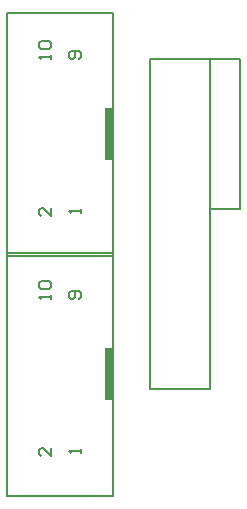
<source format=gbr>
%TF.GenerationSoftware,Altium Limited,Altium Designer,23.7.1 (13)*%
G04 Layer_Color=65535*
%FSLAX45Y45*%
%MOMM*%
%TF.SameCoordinates,25FEA040-87FC-4766-ABD7-6AF3FFDF4EEB*%
%TF.FilePolarity,Positive*%
%TF.FileFunction,Legend,Top*%
%TF.Part,Single*%
G01*
G75*
%TA.AperFunction,NonConductor*%
%ADD16C,0.20000*%
%ADD17C,0.15240*%
%ADD18R,0.80000X4.49997*%
%ADD19R,0.80000X4.50002*%
D16*
X5969000Y6985000D02*
X6477000D01*
Y4191000D02*
Y6985000D01*
X5969000Y4191000D02*
Y6985000D01*
Y4191000D02*
X6477000D01*
X4756998Y5322001D02*
X5657002D01*
Y7377999D01*
X4756998Y5322001D02*
Y7377999D01*
X5657002D01*
X6477000Y5715000D02*
X6731000D01*
X6477000D02*
Y6985000D01*
X6731000Y5715000D02*
Y6985000D01*
X6477000D02*
X6731000D01*
X4756998Y3290001D02*
X5657002D01*
Y5345999D01*
X4756998Y3290001D02*
Y5345999D01*
X5657002D01*
D17*
X5364072Y6984000D02*
X5381000Y7000928D01*
Y7034783D01*
X5364072Y7051711D01*
X5296361D01*
X5279433Y7034783D01*
Y7000928D01*
X5296361Y6984000D01*
X5313289D01*
X5330216Y7000928D01*
Y7051711D01*
X5127000Y6984000D02*
Y7017856D01*
Y7000928D01*
X5025433D01*
X5042361Y6984000D01*
Y7068639D02*
X5025433Y7085567D01*
Y7119423D01*
X5042361Y7136351D01*
X5110072D01*
X5127000Y7119423D01*
Y7085567D01*
X5110072Y7068639D01*
X5042361D01*
X5133000Y5723711D02*
Y5656000D01*
X5065289Y5723711D01*
X5048360D01*
X5031433Y5706784D01*
Y5672928D01*
X5048360Y5656000D01*
X5387000Y5686000D02*
Y5719856D01*
Y5702928D01*
X5285433D01*
X5302360Y5686000D01*
X5364072Y4952000D02*
X5381000Y4968928D01*
Y5002783D01*
X5364072Y5019711D01*
X5296361D01*
X5279433Y5002783D01*
Y4968928D01*
X5296361Y4952000D01*
X5313289D01*
X5330216Y4968928D01*
Y5019711D01*
X5127000Y4952000D02*
Y4985856D01*
Y4968928D01*
X5025433D01*
X5042361Y4952000D01*
Y5036639D02*
X5025433Y5053567D01*
Y5087423D01*
X5042361Y5104351D01*
X5110072D01*
X5127000Y5087423D01*
Y5053567D01*
X5110072Y5036639D01*
X5042361D01*
X5133000Y3691711D02*
Y3624000D01*
X5065289Y3691711D01*
X5048360D01*
X5031433Y3674784D01*
Y3640928D01*
X5048360Y3624000D01*
X5387000Y3654000D02*
Y3687856D01*
Y3670928D01*
X5285433D01*
X5302360Y3654000D01*
D18*
X5616997Y6350000D02*
D03*
D19*
X5616999Y4318000D02*
D03*
%TF.MD5,fb08bfa896b1bc457c6c85b0c7d3c4f0*%
M02*

</source>
